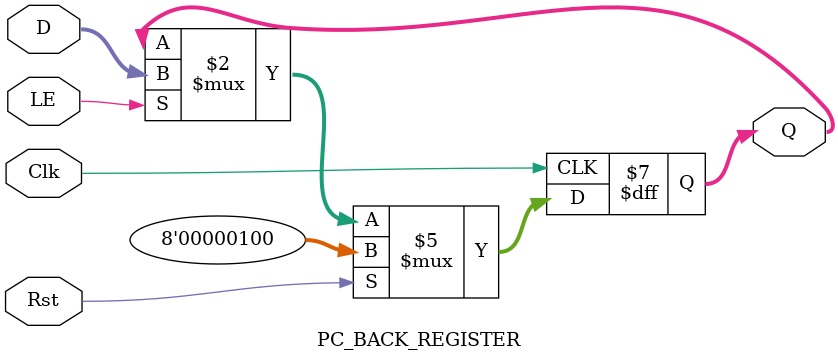
<source format=v>
module PC_BACK_REGISTER (
    output reg [7:0] Q,     // 8-bit output 
    input wire [7:0] D,     // 8-bit input
    input wire LE, Rst, Clk  // Load enable, synchronous reset, clock
);
    always @(posedge Clk) begin
        if (Rst)
            Q <= 8'd4;       // Initialize to 4 on reset
        else if (LE)
            Q <= D;          // Load new value if enabled
    end
endmodule

</source>
